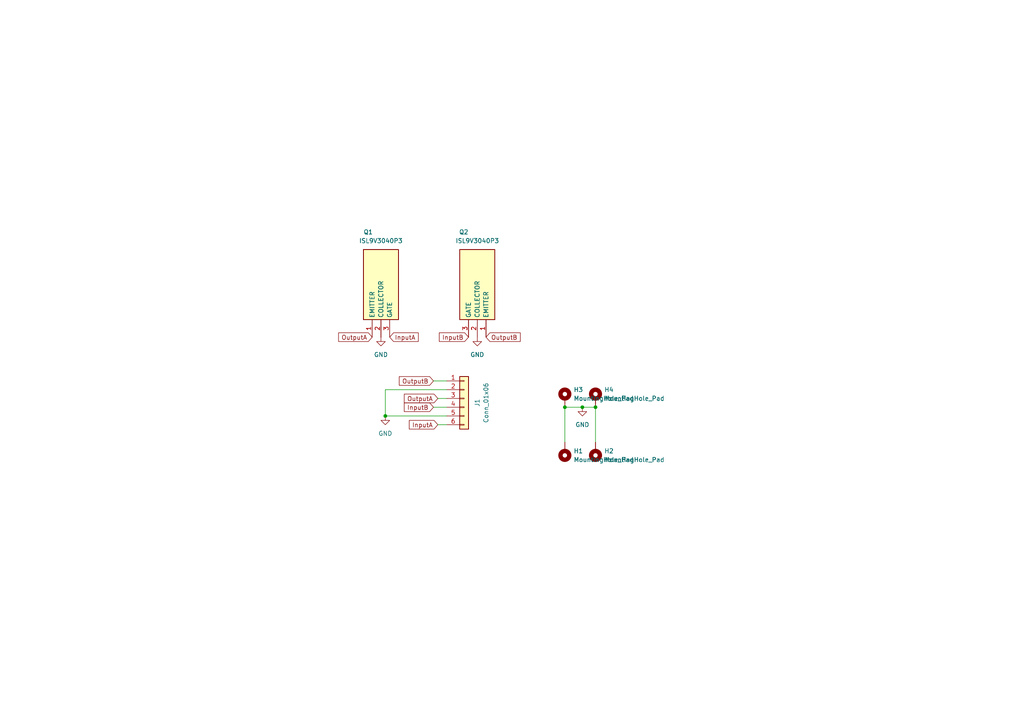
<source format=kicad_sch>
(kicad_sch (version 20250114) (generator "eeschema") (generator_version "9.0")
  (paper "A4")
  (title_block (title "ICM2a") (date "2025-05-18") (rev "A") (company "OpenLogicEFI"))
  (lib_symbols
    (symbol "Connector_Generic:Conn_01x06" (pin_names (offset 1.016) (hide yes))
      (property "Reference" "J" (at 0 7.62 0))
      (property "Value" "Conn_01x06" (at 0 -10.16 0))
      (symbol "Conn_01x06_1_1"
        (rectangle (start -1.27 6.35) (end 1.27 -8.89) (stroke (width 0.254)) (fill (type background)))
        (rectangle (start -1.27 5.207) (end 0 4.953) (stroke (width 0.1524)))
        (rectangle (start -1.27 2.667) (end 0 2.413) (stroke (width 0.1524)))
        (rectangle (start -1.27 0.127) (end 0 -0.127) (stroke (width 0.1524)))
        (rectangle (start -1.27 -2.413) (end 0 -2.667) (stroke (width 0.1524)))
        (rectangle (start -1.27 -4.953) (end 0 -5.207) (stroke (width 0.1524)))
        (rectangle (start -1.27 -7.493) (end 0 -7.747) (stroke (width 0.1524)))
        (pin passive line (at -5.08 5.08 0) (length 3.81) (name "Pin_1") (number "1"))
        (pin passive line (at -5.08 2.54 0) (length 3.81) (name "Pin_2") (number "2"))
        (pin passive line (at -5.08 0 0) (length 3.81) (name "Pin_3") (number "3"))
        (pin passive line (at -5.08 -2.54 0) (length 3.81) (name "Pin_4") (number "4"))
        (pin passive line (at -5.08 -5.08 0) (length 3.81) (name "Pin_5") (number "5"))
        (pin passive line (at -5.08 -7.62 0) (length 3.81) (name "Pin_6") (number "6"))
      )
    )
    (symbol "ISL9V3040P3:ISL9V3040P3"
      (property "Reference" "Q" (at 26.67 7.62 0))
      (property "Value" "ISL9V3040P3" (at 26.67 5.08 0))
      (symbol "ISL9V3040P3_1_1"
        (rectangle (start 5.08 2.54) (end 25.4 -7.62) (stroke (width 0.254)) (fill (type background)))
        (pin passive line (at 0 0 0) (length 5.08) (name "EMITTER") (number "1"))
        (pin passive line (at 0 -2.54 0) (length 5.08) (name "COLLECTOR") (number "2"))
        (pin passive line (at 0 -5.08 0) (length 5.08) (name "GATE") (number "3"))
      )
    )
    (symbol "Mechanical:MountingHole_Pad" (pin_numbers (hide yes)) (pin_names (offset 1.016) (hide yes)) (in_bom no)
      (property "Reference" "H" (at 0 6.35 0))
      (property "Value" "MountingHole_Pad" (at 0 4.445 0))
      (symbol "MountingHole_Pad_0_1"
        (circle (center 0 1.27) (radius 1.27) (stroke (width 1.27)))
      )
      (symbol "MountingHole_Pad_1_1"
        (pin input line (at 0 -2.54 90) (length 2.54) (name "1") (number "1"))
      )
    )
    (symbol "power:GND" (power) (pin_names (offset 0))
      (property "Value" "GND" (at 0 -3.81 0))
      (symbol "GND_0_1"
        (polyline (pts (xy 0 0) (xy 0 -1.27) (xy 1.27 -1.27) (xy 0 -2.54) (xy -1.27 -1.27) (xy 0 -1.27)))
      )
      (symbol "GND_1_1"
        (pin power_in line (at 0 0 270) (length 0) (hide yes) (name "GND") (number "1"))
      )
    )
  )
  (junction (at 111.76 120.65))
  (junction (at 168.91 118.11))
  (junction (at 163.83 118.11))
  (junction (at 172.72 118.11))
  (wire (pts (xy 168.91 118.11) (xy 163.83 118.11)))
  (wire (pts (xy 111.76 113.03) (xy 129.54 113.03)))
  (wire (pts (xy 111.76 120.65) (xy 129.54 120.65)))
  (wire (pts (xy 172.72 118.11) (xy 172.72 128.27)))
  (wire (pts (xy 127 115.57) (xy 129.54 115.57)))
  (wire (pts (xy 127 123.19) (xy 129.54 123.19)))
  (wire (pts (xy 111.76 120.65) (xy 111.76 113.03)))
  (wire (pts (xy 172.72 118.11) (xy 168.91 118.11)))
  (wire (pts (xy 129.54 118.11) (xy 125.73 118.11)))
  (wire (pts (xy 163.83 118.11) (xy 163.83 128.27)))
  (wire (pts (xy 129.54 110.49) (xy 125.73 110.49)))
  (global_label "OutputA" (shape input) (at 127 115.57 180) (property "Intersheetrefs" "${INTERSHEET_REFS}" (effects (hide yes))))
  (global_label "InputA" (shape input) (at 127 123.19 180) (property "Intersheetrefs" "${INTERSHEET_REFS}" (effects (hide yes))))
  (global_label "OutputA" (shape input) (at 107.95 97.79 180) (property "Intersheetrefs" "${INTERSHEET_REFS}" (effects (hide yes))))
  (global_label "InputA" (shape input) (at 113.03 97.79 0) (property "Intersheetrefs" "${INTERSHEET_REFS}" (effects (hide yes))))
  (global_label "InputB" (shape input) (at 135.89 97.79 180) (property "Intersheetrefs" "${INTERSHEET_REFS}" (effects (hide yes))))
  (global_label "OutputB" (shape input) (at 140.97 97.79 0) (property "Intersheetrefs" "${INTERSHEET_REFS}" (effects (hide yes))))
  (global_label "InputB" (shape input) (at 125.73 118.11 180) (property "Intersheetrefs" "${INTERSHEET_REFS}" (effects (hide yes))))
  (global_label "OutputB" (shape input) (at 125.73 110.49 180) (property "Intersheetrefs" "${INTERSHEET_REFS}" (effects (hide yes))))
  (symbol (lib_id "Connector_Generic:Conn_01x06") (at 134.62 115.57 0) (unit 1)
    (property "Reference" "J1" (at 138.43 116.84 90))
    (property "Value" "Conn_01x06" (at 140.97 116.84 90))
    (property "Footprint" "Connector_Molex:Molex_Micro-Fit_3.0_43045-0600_2x03_P3.00mm_Horizontal" (effects (hide yes)))
  )
  (symbol (lib_id "Mechanical:MountingHole_Pad") (at 163.83 130.81 180) (unit 1)
    (property "Reference" "H1" (at 166.37 130.8099 0) (effects (justify right)))
    (property "Value" "MountingHole_Pad" (at 166.37 133.3499 0) (effects (justify right)))
    (property "Footprint" "MountingHole:MountingHole_4.3mm_M4_DIN965_Pad" (effects (hide yes)))
    (property "Description" "Mounting Hole with connection" (effects (hide yes)))
  )
  (symbol (lib_id "power:GND") (at 168.91 118.11 0) (unit 1)
    (property "Reference" "#PWR04" (effects (hide yes)))
    (property "Value" "GND" (at 168.91 123.19 0))
  )
  (symbol (lib_id "power:GND") (at 138.43 97.79 0) (unit 1)
    (property "Reference" "#PWR02" (effects (hide yes)))
    (property "Value" "GND" (at 138.43 102.87 0))
  )
  (symbol (lib_id "Mechanical:MountingHole_Pad") (at 163.83 115.57 0) (unit 1)
    (property "Reference" "H3" (at 166.37 113.0299 0) (effects (justify left)))
    (property "Value" "MountingHole_Pad" (at 166.37 115.5699 0) (effects (justify left)))
    (property "Footprint" "MountingHole:MountingHole_4.3mm_M4_DIN965_Pad" (effects (hide yes)))
    (property "Description" "Mounting Hole with connection" (effects (hide yes)))
  )
  (symbol (lib_id "ISL9V3040P3:ISL9V3040P3") (at 107.95 97.79 90) (unit 1)
    (property "Reference" "Q1" (at 105.41 67.31 90) (effects (justify right)))
    (property "Value" "ISL9V3040P3" (at 104.14 69.85 90) (effects (justify right)))
    (property "Footprint" "Package_TO_SOT_THT:TO-220-3_Horizontal_TabDown" (effects (hide yes)))
    (property "Datasheet" "http://www.onsemi.com/pub/Collateral/ISL9V3040P3-D.pdf" (effects (hide yes)))
    (property "Height" "4.7" (effects (hide yes)))
    (property "Manufacturer_Name" "onsemi" (effects (hide yes)))
    (property "Manufacturer_Part_Number" "ISL9V3040P3" (effects (hide yes)))
    (property "Mouser Part Number" "512-ISL9V3040P3" (effects (hide yes)))
    (property "Mouser Price/Stock" "https://www.mouser.co.uk/ProductDetail/ON-Semiconductor-Fairchild/ISL9V3040P3?qs=UMEuL5FsraBBQMnd3byeHA%3D%3D" (effects (hide yes)))
    (property "Arrow Part Number" "ISL9V3040P3" (effects (hide yes)))
    (property "Arrow Price/Stock" "https://www.arrow.com/en/products/isl9v3040p3/on-semiconductor?region=nac" (effects (hide yes)))
  )
  (symbol (lib_id "power:GND") (at 110.49 97.79 0) (unit 1)
    (property "Reference" "#PWR01" (effects (hide yes)))
    (property "Value" "GND" (at 110.49 102.87 0))
  )
  (symbol (lib_id "ISL9V3040P3:ISL9V3040P3") (at 140.97 97.79 270) (mirror x) (unit 1)
    (property "Reference" "Q2" (at 135.89 67.31 90) (effects (justify right)))
    (property "Value" "ISL9V3040P3" (at 144.78 69.85 90) (effects (justify right)))
    (property "Footprint" "Package_TO_SOT_THT:TO-220-3_Horizontal_TabDown" (effects (hide yes)))
    (property "Datasheet" "http://www.onsemi.com/pub/Collateral/ISL9V3040P3-D.pdf" (effects (hide yes)))
    (property "Height" "4.7" (effects (hide yes)))
    (property "Manufacturer_Name" "onsemi" (effects (hide yes)))
    (property "Manufacturer_Part_Number" "ISL9V3040P3" (effects (hide yes)))
    (property "Mouser Part Number" "512-ISL9V3040P3" (effects (hide yes)))
    (property "Mouser Price/Stock" "https://www.mouser.co.uk/ProductDetail/ON-Semiconductor-Fairchild/ISL9V3040P3?qs=UMEuL5FsraBBQMnd3byeHA%3D%3D" (effects (hide yes)))
    (property "Arrow Part Number" "ISL9V3040P3" (effects (hide yes)))
    (property "Arrow Price/Stock" "https://www.arrow.com/en/products/isl9v3040p3/on-semiconductor?region=nac" (effects (hide yes)))
  )
  (symbol (lib_id "power:GND") (at 111.76 120.65 0) (unit 1)
    (property "Reference" "#PWR03" (effects (hide yes)))
    (property "Value" "GND" (at 111.76 125.73 0))
  )
  (symbol (lib_id "Mechanical:MountingHole_Pad") (at 172.72 115.57 0) (unit 1)
    (property "Reference" "H4" (at 175.26 113.0299 0) (effects (justify left)))
    (property "Value" "MountingHole_Pad" (at 175.26 115.5699 0) (effects (justify left)))
    (property "Footprint" "MountingHole:MountingHole_4.3mm_M4_DIN965_Pad" (effects (hide yes)))
    (property "Description" "Mounting Hole with connection" (effects (hide yes)))
  )
  (symbol (lib_id "Mechanical:MountingHole_Pad") (at 172.72 130.81 180) (unit 1)
    (property "Reference" "H2" (at 175.26 130.8099 0) (effects (justify right)))
    (property "Value" "MountingHole_Pad" (at 175.26 133.3499 0) (effects (justify right)))
    (property "Footprint" "MountingHole:MountingHole_4.3mm_M4_DIN965_Pad" (effects (hide yes)))
    (property "Description" "Mounting Hole with connection" (effects (hide yes)))
  )
)
</source>
